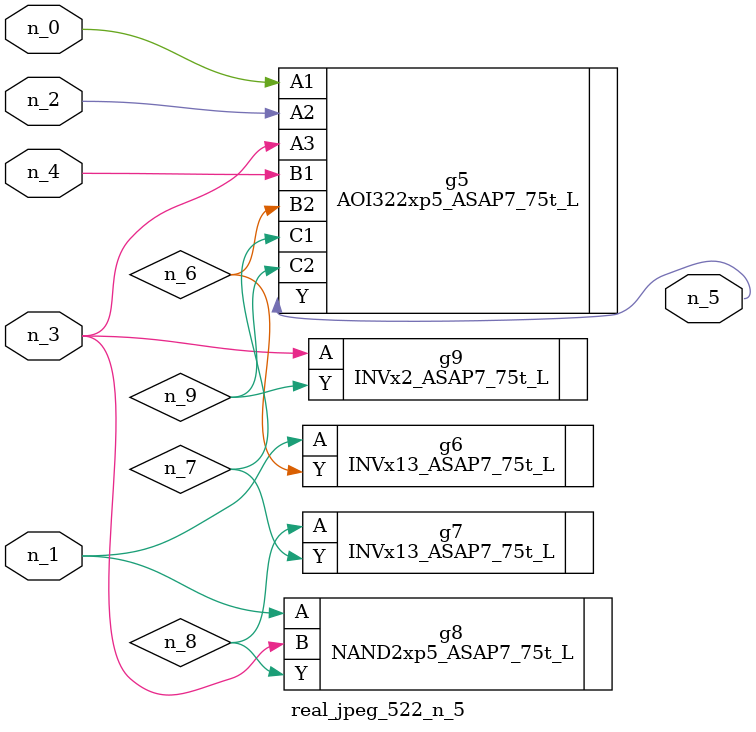
<source format=v>
module real_jpeg_522_n_5 (n_4, n_0, n_1, n_2, n_3, n_5);

input n_4;
input n_0;
input n_1;
input n_2;
input n_3;

output n_5;

wire n_8;
wire n_6;
wire n_7;
wire n_9;

AOI322xp5_ASAP7_75t_L g5 ( 
.A1(n_0),
.A2(n_2),
.A3(n_3),
.B1(n_4),
.B2(n_6),
.C1(n_7),
.C2(n_9),
.Y(n_5)
);

INVx13_ASAP7_75t_L g6 ( 
.A(n_1),
.Y(n_6)
);

NAND2xp5_ASAP7_75t_L g8 ( 
.A(n_1),
.B(n_3),
.Y(n_8)
);

INVx2_ASAP7_75t_L g9 ( 
.A(n_3),
.Y(n_9)
);

INVx13_ASAP7_75t_L g7 ( 
.A(n_8),
.Y(n_7)
);


endmodule
</source>
